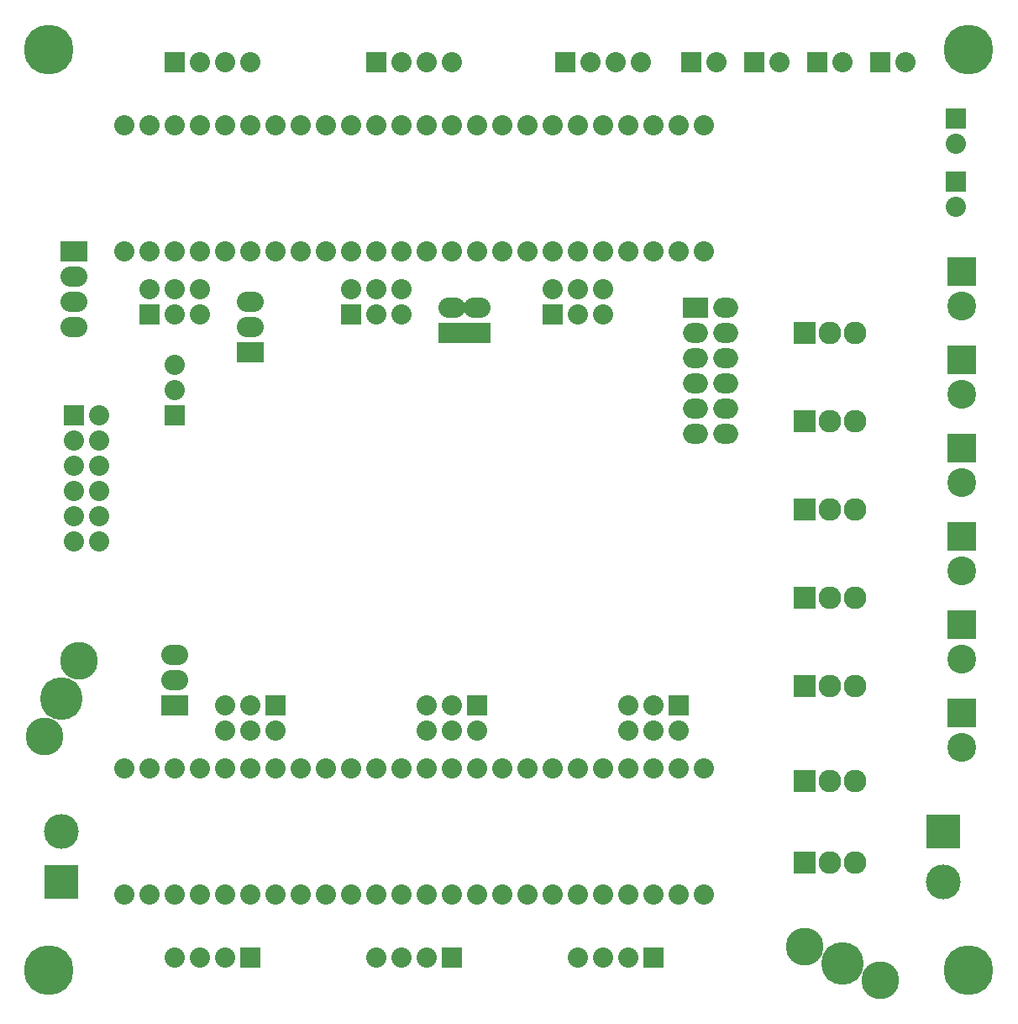
<source format=gbs>
G04 (created by PCBNEW (2013-07-07 BZR 4022)-stable) date 10/10/2013 20:13:21*
%MOIN*%
G04 Gerber Fmt 3.4, Leading zero omitted, Abs format*
%FSLAX34Y34*%
G01*
G70*
G90*
G04 APERTURE LIST*
%ADD10C,0.00590551*%
%ADD11C,0.09*%
%ADD12R,0.09X0.09*%
%ADD13C,0.08*%
%ADD14R,0.08X0.08*%
%ADD15C,0.1972*%
%ADD16R,0.1381X0.1381*%
%ADD17C,0.1381*%
%ADD18C,0.114488*%
%ADD19R,0.114488X0.114488*%
%ADD20C,0.15*%
%ADD21C,0.169*%
%ADD22R,0.1066X0.08*%
%ADD23O,0.1066X0.08*%
%ADD24R,0.0987X0.08*%
%ADD25O,0.0987X0.08*%
G04 APERTURE END LIST*
G54D10*
G54D11*
X32500Y9000D03*
X33500Y9000D03*
G54D12*
X31500Y9000D03*
G54D11*
X32500Y12750D03*
X33500Y12750D03*
G54D12*
X31500Y12750D03*
G54D11*
X32500Y16250D03*
X33500Y16250D03*
G54D12*
X31500Y16250D03*
G54D11*
X32500Y19750D03*
X33500Y19750D03*
G54D12*
X31500Y19750D03*
G54D13*
X4500Y30000D03*
X5500Y30000D03*
X6500Y30000D03*
X7500Y30000D03*
X8500Y30000D03*
X9500Y30000D03*
X10500Y30000D03*
X11500Y30000D03*
X11500Y35000D03*
X10500Y35000D03*
X9500Y35000D03*
X8500Y35000D03*
X7500Y35000D03*
X6500Y35000D03*
X5500Y35000D03*
X4500Y35000D03*
X12500Y30000D03*
X13500Y30000D03*
X14500Y30000D03*
X15500Y30000D03*
X16500Y30000D03*
X17500Y30000D03*
X18500Y30000D03*
X19500Y30000D03*
X19500Y35000D03*
X18500Y35000D03*
X17500Y35000D03*
X16500Y35000D03*
X15500Y35000D03*
X14500Y35000D03*
X13500Y35000D03*
X12500Y35000D03*
X11500Y9500D03*
X10500Y9500D03*
X9500Y9500D03*
X8500Y9500D03*
X7500Y9500D03*
X6500Y9500D03*
X5500Y9500D03*
X4500Y9500D03*
X4500Y4500D03*
X5500Y4500D03*
X6500Y4500D03*
X7500Y4500D03*
X8500Y4500D03*
X9500Y4500D03*
X10500Y4500D03*
X11500Y4500D03*
X20500Y30000D03*
X21500Y30000D03*
X22500Y30000D03*
X23500Y30000D03*
X24500Y30000D03*
X25500Y30000D03*
X26500Y30000D03*
X27500Y30000D03*
X27500Y35000D03*
X26500Y35000D03*
X25500Y35000D03*
X24500Y35000D03*
X23500Y35000D03*
X22500Y35000D03*
X21500Y35000D03*
X20500Y35000D03*
G54D14*
X21500Y27500D03*
G54D13*
X21500Y28500D03*
X22500Y27500D03*
X22500Y28500D03*
X23500Y27500D03*
X23500Y28500D03*
G54D14*
X10500Y12000D03*
G54D13*
X10500Y11000D03*
X9500Y12000D03*
X9500Y11000D03*
X8500Y12000D03*
X8500Y11000D03*
G54D14*
X13500Y27500D03*
G54D13*
X13500Y28500D03*
X14500Y27500D03*
X14500Y28500D03*
X15500Y27500D03*
X15500Y28500D03*
G54D14*
X5500Y27500D03*
G54D13*
X5500Y28500D03*
X6500Y27500D03*
X6500Y28500D03*
X7500Y27500D03*
X7500Y28500D03*
G54D14*
X22000Y37500D03*
G54D13*
X23000Y37500D03*
X24000Y37500D03*
X25000Y37500D03*
G54D14*
X6500Y37500D03*
G54D13*
X7500Y37500D03*
X8500Y37500D03*
X9500Y37500D03*
G54D14*
X14500Y37500D03*
G54D13*
X15500Y37500D03*
X16500Y37500D03*
X17500Y37500D03*
G54D14*
X9500Y2000D03*
G54D13*
X8500Y2000D03*
X7500Y2000D03*
X6500Y2000D03*
G54D15*
X1500Y38000D03*
X1500Y1500D03*
X38000Y1500D03*
X38000Y38000D03*
G54D16*
X2000Y5000D03*
G54D17*
X2000Y7000D03*
G54D16*
X37000Y7000D03*
G54D17*
X37000Y5000D03*
G54D14*
X27000Y37500D03*
G54D13*
X28000Y37500D03*
G54D14*
X34500Y37500D03*
G54D13*
X35500Y37500D03*
G54D14*
X32000Y37500D03*
G54D13*
X33000Y37500D03*
G54D14*
X29500Y37500D03*
G54D13*
X30500Y37500D03*
G54D11*
X32500Y5750D03*
X33500Y5750D03*
G54D12*
X31500Y5750D03*
G54D18*
X37724Y17311D03*
G54D19*
X37724Y18688D03*
G54D18*
X37724Y20811D03*
G54D19*
X37724Y22188D03*
G54D18*
X37724Y10311D03*
G54D19*
X37724Y11688D03*
G54D18*
X37724Y13811D03*
G54D19*
X37724Y15188D03*
G54D20*
X34500Y1070D03*
X31500Y2430D03*
G54D21*
X33000Y1750D03*
G54D20*
X1320Y10750D03*
X2680Y13750D03*
G54D21*
X2000Y12250D03*
G54D14*
X6500Y23500D03*
G54D13*
X6500Y24500D03*
X6500Y25500D03*
G54D11*
X32500Y26750D03*
X33500Y26750D03*
G54D12*
X31500Y26750D03*
G54D11*
X32500Y23250D03*
X33500Y23250D03*
G54D12*
X31500Y23250D03*
G54D18*
X37724Y27811D03*
G54D19*
X37724Y29188D03*
G54D18*
X37724Y24311D03*
G54D19*
X37724Y25688D03*
G54D13*
X19500Y9500D03*
X18500Y9500D03*
X17500Y9500D03*
X16500Y9500D03*
X15500Y9500D03*
X14500Y9500D03*
X13500Y9500D03*
X12500Y9500D03*
X12500Y4500D03*
X13500Y4500D03*
X14500Y4500D03*
X15500Y4500D03*
X16500Y4500D03*
X17500Y4500D03*
X18500Y4500D03*
X19500Y4500D03*
X27500Y9500D03*
X26500Y9500D03*
X25500Y9500D03*
X24500Y9500D03*
X23500Y9500D03*
X22500Y9500D03*
X21500Y9500D03*
X20500Y9500D03*
X20500Y4500D03*
X21500Y4500D03*
X22500Y4500D03*
X23500Y4500D03*
X24500Y4500D03*
X25500Y4500D03*
X26500Y4500D03*
X27500Y4500D03*
G54D14*
X26500Y12000D03*
G54D13*
X26500Y11000D03*
X25500Y12000D03*
X25500Y11000D03*
X24500Y12000D03*
X24500Y11000D03*
G54D14*
X18500Y12000D03*
G54D13*
X18500Y11000D03*
X17500Y12000D03*
X17500Y11000D03*
X16500Y12000D03*
X16500Y11000D03*
G54D14*
X25500Y2000D03*
G54D13*
X24500Y2000D03*
X23500Y2000D03*
X22500Y2000D03*
G54D14*
X17500Y2000D03*
G54D13*
X16500Y2000D03*
X15500Y2000D03*
X14500Y2000D03*
G54D14*
X37500Y32750D03*
G54D13*
X37500Y31750D03*
G54D14*
X37500Y35250D03*
G54D13*
X37500Y34250D03*
G54D14*
X2500Y23500D03*
G54D13*
X3500Y23500D03*
X2500Y22500D03*
X3500Y22500D03*
X2500Y21500D03*
X3500Y21500D03*
X2500Y20500D03*
X3500Y20500D03*
X2500Y19500D03*
X3500Y19500D03*
X2500Y18500D03*
X3500Y18500D03*
G54D22*
X2500Y30000D03*
G54D23*
X2500Y29000D03*
X2500Y28000D03*
X2500Y27000D03*
G54D24*
X27152Y27750D03*
G54D25*
X28348Y27750D03*
X27152Y26750D03*
X28348Y26750D03*
X27152Y25750D03*
X28348Y25750D03*
X27152Y24750D03*
X28348Y24750D03*
X27152Y23750D03*
X28348Y23750D03*
X27152Y22750D03*
X28348Y22750D03*
G54D22*
X9500Y26000D03*
G54D23*
X9500Y27000D03*
X9500Y28000D03*
G54D22*
X6500Y12000D03*
G54D23*
X6500Y13000D03*
X6500Y14000D03*
G54D22*
X18500Y26750D03*
G54D23*
X18500Y27750D03*
G54D22*
X17500Y26750D03*
G54D23*
X17500Y27750D03*
M02*

</source>
